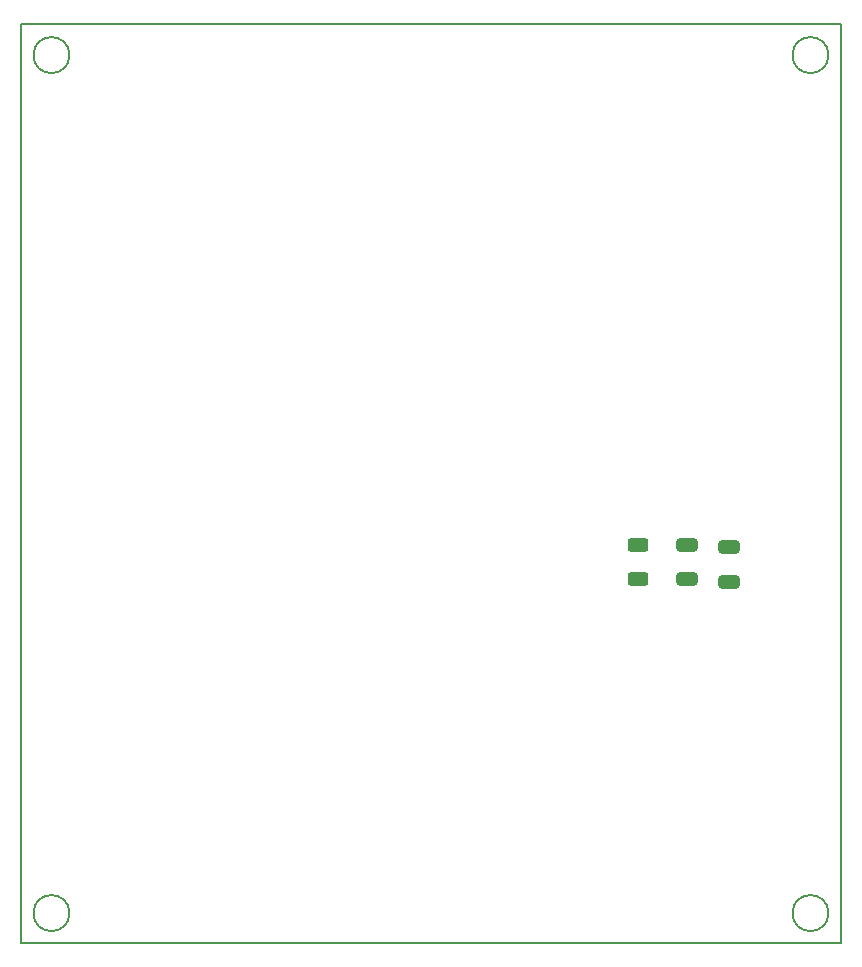
<source format=gbp>
%TF.GenerationSoftware,KiCad,Pcbnew,7.0.2-6a45011f42~172~ubuntu22.10.1*%
%TF.CreationDate,2023-08-16T11:39:28+05:00*%
%TF.ProjectId,IOTV,494f5456-2e6b-4696-9361-645f70636258,3*%
%TF.SameCoordinates,Original*%
%TF.FileFunction,Paste,Bot*%
%TF.FilePolarity,Positive*%
%FSLAX46Y46*%
G04 Gerber Fmt 4.6, Leading zero omitted, Abs format (unit mm)*
G04 Created by KiCad (PCBNEW 7.0.2-6a45011f42~172~ubuntu22.10.1) date 2023-08-16 11:39:28*
%MOMM*%
%LPD*%
G01*
G04 APERTURE LIST*
G04 Aperture macros list*
%AMRoundRect*
0 Rectangle with rounded corners*
0 $1 Rounding radius*
0 $2 $3 $4 $5 $6 $7 $8 $9 X,Y pos of 4 corners*
0 Add a 4 corners polygon primitive as box body*
4,1,4,$2,$3,$4,$5,$6,$7,$8,$9,$2,$3,0*
0 Add four circle primitives for the rounded corners*
1,1,$1+$1,$2,$3*
1,1,$1+$1,$4,$5*
1,1,$1+$1,$6,$7*
1,1,$1+$1,$8,$9*
0 Add four rect primitives between the rounded corners*
20,1,$1+$1,$2,$3,$4,$5,0*
20,1,$1+$1,$4,$5,$6,$7,0*
20,1,$1+$1,$6,$7,$8,$9,0*
20,1,$1+$1,$8,$9,$2,$3,0*%
G04 Aperture macros list end*
%ADD10RoundRect,0.250000X0.650000X-0.325000X0.650000X0.325000X-0.650000X0.325000X-0.650000X-0.325000X0*%
%ADD11RoundRect,0.250000X-0.625000X0.312500X-0.625000X-0.312500X0.625000X-0.312500X0.625000X0.312500X0*%
%ADD12RoundRect,0.250000X-0.650000X0.325000X-0.650000X-0.325000X0.650000X-0.325000X0.650000X0.325000X0*%
%TA.AperFunction,Profile*%
%ADD13C,0.150000*%
%TD*%
G04 APERTURE END LIST*
D10*
%TO.C,C1*%
X161544000Y-98200000D03*
X161544000Y-95250000D03*
%TD*%
D11*
%TO.C,R1*%
X153797000Y-95057500D03*
X153797000Y-97982500D03*
%TD*%
D12*
%TO.C,C2*%
X157988000Y-95045000D03*
X157988000Y-97995000D03*
%TD*%
D13*
X105664000Y-126238000D02*
G75*
G03*
X105664000Y-126238000I-1524000J0D01*
G01*
X101600000Y-50934000D02*
X170976000Y-50934000D01*
X170976000Y-128778000D01*
X101600000Y-128778000D01*
X101600000Y-50934000D01*
X105664000Y-53594000D02*
G75*
G03*
X105664000Y-53594000I-1524000J0D01*
G01*
X169926000Y-126238000D02*
G75*
G03*
X169926000Y-126238000I-1524000J0D01*
G01*
X169926000Y-53594000D02*
G75*
G03*
X169926000Y-53594000I-1524000J0D01*
G01*
M02*

</source>
